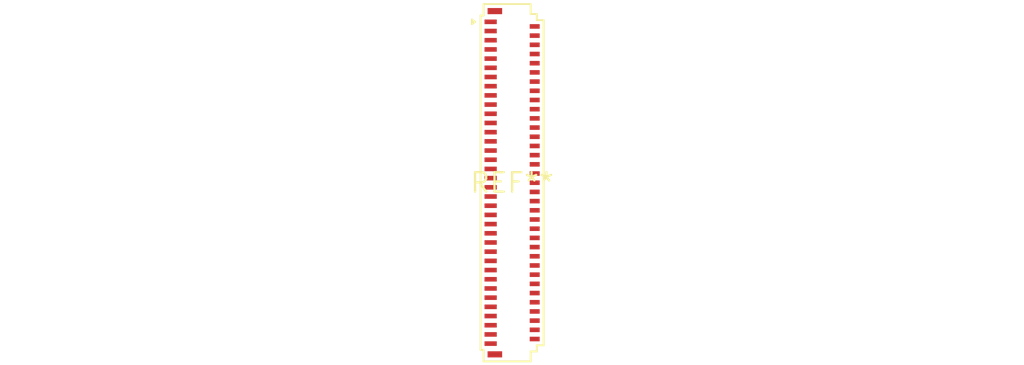
<source format=kicad_pcb>
(kicad_pcb (version 20240108) (generator pcbnew)
  (layers (0 "F.Cu" signal) (31 "B.Cu" signal) (34 "B.Paste" user) (35 "F.Paste" user) (36 "B.SilkS" user "B.Silkscreen") (37 "F.SilkS" user "F.Silkscreen") (38 "B.Mask" user) (39 "F.Mask" user) (44 "Edge.Cuts" user))
  (net 0 "")
  (footprint "Hirose_FH26-71S-0.3SHW_2Rows-71Pins-1MP_P0.60mm_Horizontal" (layer "F.Cu") (at 0 0)
    (property "Reference" "REF**")
    (property "Value" "Hirose_FH26-71S-0.3SHW_2Rows-71Pins-1MP_P0.60mm_Horizontal")
    (fp_line (start -2.622132 -10.65) (end -2.41 -10.5) (layer "F.SilkS") (stroke (width 0.12)))
    (fp_line (start -2.622132 -10.35) (end -2.622132 -10.65) (layer "F.SilkS") (stroke (width 0.12)))
    (fp_line (start -2.41 -10.5) (end -2.622132 -10.35) (layer "F.SilkS") (stroke (width 0.12)))
    (fp_line (start -2.06 -10.91) (end -2.06 0) (layer "F.SilkS") (stroke (width 0.12)))
    (fp_line (start -2.06 10.91) (end -2.06 0) (layer "F.SilkS") (stroke (width 0.12)))
    (fp_line (start -1.86 -11.66) (end -1.86 -10.91) (layer "F.SilkS") (stroke (width 0.12)))
    (fp_line (start -1.86 -10.91) (end -2.06 -10.91) (layer "F.SilkS") (stroke (width 0.12)))
    (fp_line (start -1.86 10.91) (end -2.06 10.91) (layer "F.SilkS") (stroke (width 0.12)))
    (fp_line (start -1.86 11.66) (end -1.86 10.91) (layer "F.SilkS") (stroke (width 0.12)))
    (fp_line (start 1.21 -11.66) (end -1.86 -11.66) (layer "F.SilkS") (stroke (width 0.12)))
    (fp_line (start 1.21 -11.01) (end 1.21 -11.66) (layer "F.SilkS") (stroke (width 0.12)))
    (fp_line (start 1.21 11.01) (end 1.21 11.66) (layer "F.SilkS") (stroke (width 0.12)))
    (fp_line (start 1.21 11.66) (end -1.86 11.66) (layer "F.SilkS") (stroke (width 0.12)))
    (fp_line (start 1.61 -11.01) (end 1.21 -11.01) (layer "F.SilkS") (stroke (width 0.12)))
    (fp_line (start 1.61 -10.61) (end 1.61 -11.01) (layer "F.SilkS") (stroke (width 0.12)))
    (fp_line (start 1.61 10.61) (end 1.61 11.01) (layer "F.SilkS") (stroke (width 0.12)))
    (fp_line (start 1.61 11.01) (end 1.21 11.01) (layer "F.SilkS") (stroke (width 0.12)))
    (fp_line (start 2.06 -10.61) (end 1.61 -10.61) (layer "F.SilkS") (stroke (width 0.12)))
    (fp_line (start 2.06 0) (end 2.06 -10.61) (layer "F.SilkS") (stroke (width 0.12)))
    (fp_line (start 2.06 0) (end 2.06 10.61) (layer "F.SilkS") (stroke (width 0.12)))
    (fp_line (start 2.06 10.61) (end 1.61 10.61) (layer "F.SilkS") (stroke (width 0.12)))
    (pad "1" smd rect (at -1.4 -10.5) (size 0.8 0.3) (layers "F.Cu" "F.Paste" "F.Mask"))
    (pad "2" smd rect (at 1.475 -10.2) (size 0.65 0.3) (layers "F.Cu" "F.Paste" "F.Mask"))
    (pad "3" smd rect (at -1.4 -9.9) (size 0.8 0.3) (layers "F.Cu" "F.Paste" "F.Mask"))
    (pad "4" smd rect (at 1.475 -9.6) (size 0.65 0.3) (layers "F.Cu" "F.Paste" "F.Mask"))
    (pad "5" smd rect (at -1.4 -9.3) (size 0.8 0.3) (layers "F.Cu" "F.Paste" "F.Mask"))
    (pad "6" smd rect (at 1.475 -9) (size 0.65 0.3) (layers "F.Cu" "F.Paste" "F.Mask"))
    (pad "7" smd rect (at -1.4 -8.7) (size 0.8 0.3) (layers "F.Cu" "F.Paste" "F.Mask"))
    (pad "8" smd rect (at 1.475 -8.4) (size 0.65 0.3) (layers "F.Cu" "F.Paste" "F.Mask"))
    (pad "9" smd rect (at -1.4 -8.1) (size 0.8 0.3) (layers "F.Cu" "F.Paste" "F.Mask"))
    (pad "10" smd rect (at 1.475 -7.8) (size 0.65 0.3) (layers "F.Cu" "F.Paste" "F.Mask"))
    (pad "11" smd rect (at -1.4 -7.5) (size 0.8 0.3) (layers "F.Cu" "F.Paste" "F.Mask"))
    (pad "12" smd rect (at 1.475 -7.2) (size 0.65 0.3) (layers "F.Cu" "F.Paste" "F.Mask"))
    (pad "13" smd rect (at -1.4 -6.9) (size 0.8 0.3) (layers "F.Cu" "F.Paste" "F.Mask"))
    (pad "14" smd rect (at 1.475 -6.6) (size 0.65 0.3) (layers "F.Cu" "F.Paste" "F.Mask"))
    (pad "15" smd rect (at -1.4 -6.3) (size 0.8 0.3) (layers "F.Cu" "F.Paste" "F.Mask"))
    (pad "16" smd rect (at 1.475 -6) (size 0.65 0.3) (layers "F.Cu" "F.Paste" "F.Mask"))
    (pad "17" smd rect (at -1.4 -5.7) (size 0.8 0.3) (layers "F.Cu" "F.Paste" "F.Mask"))
    (pad "18" smd rect (at 1.475 -5.4) (size 0.65 0.3) (layers "F.Cu" "F.Paste" "F.Mask"))
    (pad "19" smd rect (at -1.4 -5.1) (size 0.8 0.3) (layers "F.Cu" "F.Paste" "F.Mask"))
    (pad "20" smd rect (at 1.475 -4.8) (size 0.65 0.3) (layers "F.Cu" "F.Paste" "F.Mask"))
    (pad "21" smd rect (at -1.4 -4.5) (size 0.8 0.3) (layers "F.Cu" "F.Paste" "F.Mask"))
    (pad "22" smd rect (at 1.475 -4.2) (size 0.65 0.3) (layers "F.Cu" "F.Paste" "F.Mask"))
    (pad "23" smd rect (at -1.4 -3.9) (size 0.8 0.3) (layers "F.Cu" "F.Paste" "F.Mask"))
    (pad "24" smd rect (at 1.475 -3.6) (size 0.65 0.3) (layers "F.Cu" "F.Paste" "F.Mask"))
    (pad "25" smd rect (at -1.4 -3.3) (size 0.8 0.3) (layers "F.Cu" "F.Paste" "F.Mask"))
    (pad "26" smd rect (at 1.475 -3) (size 0.65 0.3) (layers "F.Cu" "F.Paste" "F.Mask"))
    (pad "27" smd rect (at -1.4 -2.7) (size 0.8 0.3) (layers "F.Cu" "F.Paste" "F.Mask"))
    (pad "28" smd rect (at 1.475 -2.4) (size 0.65 0.3) (layers "F.Cu" "F.Paste" "F.Mask"))
    (pad "29" smd rect (at -1.4 -2.1) (size 0.8 0.3) (layers "F.Cu" "F.Paste" "F.Mask"))
    (pad "30" smd rect (at 1.475 -1.8) (size 0.65 0.3) (layers "F.Cu" "F.Paste" "F.Mask"))
    (pad "31" smd rect (at -1.4 -1.5) (size 0.8 0.3) (layers "F.Cu" "F.Paste" "F.Mask"))
    (pad "32" smd rect (at 1.475 -1.2) (size 0.65 0.3) (layers "F.Cu" "F.Paste" "F.Mask"))
    (pad "33" smd rect (at -1.4 -0.9) (size 0.8 0.3) (layers "F.Cu" "F.Paste" "F.Mask"))
    (pad "34" smd rect (at 1.475 -0.6) (size 0.65 0.3) (layers "F.Cu" "F.Paste" "F.Mask"))
    (pad "35" smd rect (at -1.4 -0.3) (size 0.8 0.3) (layers "F.Cu" "F.Paste" "F.Mask"))
    (pad "36" smd rect (at 1.475 0) (size 0.65 0.3) (layers "F.Cu" "F.Paste" "F.Mask"))
    (pad "37" smd rect (at -1.4 0.3) (size 0.8 0.3) (layers "F.Cu" "F.Paste" "F.Mask"))
    (pad "38" smd rect (at 1.475 0.6) (size 0.65 0.3) (layers "F.Cu" "F.Paste" "F.Mask"))
    (pad "39" smd rect (at -1.4 0.9) (size 0.8 0.3) (layers "F.Cu" "F.Paste" "F.Mask"))
    (pad "40" smd rect (at 1.475 1.2) (size 0.65 0.3) (layers "F.Cu" "F.Paste" "F.Mask"))
    (pad "41" smd rect (at -1.4 1.5) (size 0.8 0.3) (layers "F.Cu" "F.Paste" "F.Mask"))
    (pad "42" smd rect (at 1.475 1.8) (size 0.65 0.3) (layers "F.Cu" "F.Paste" "F.Mask"))
    (pad "43" smd rect (at -1.4 2.1) (size 0.8 0.3) (layers "F.Cu" "F.Paste" "F.Mask"))
    (pad "44" smd rect (at 1.475 2.4) (size 0.65 0.3) (layers "F.Cu" "F.Paste" "F.Mask"))
    (pad "45" smd rect (at -1.4 2.7) (size 0.8 0.3) (layers "F.Cu" "F.Paste" "F.Mask"))
    (pad "46" smd rect (at 1.475 3) (size 0.65 0.3) (layers "F.Cu" "F.Paste" "F.Mask"))
    (pad "47" smd rect (at -1.4 3.3) (size 0.8 0.3) (layers "F.Cu" "F.Paste" "F.Mask"))
    (pad "48" smd rect (at 1.475 3.6) (size 0.65 0.3) (layers "F.Cu" "F.Paste" "F.Mask"))
    (pad "49" smd rect (at -1.4 3.9) (size 0.8 0.3) (layers "F.Cu" "F.Paste" "F.Mask"))
    (pad "50" smd rect (at 1.475 4.2) (size 0.65 0.3) (layers "F.Cu" "F.Paste" "F.Mask"))
    (pad "51" smd rect (at -1.4 4.5) (size 0.8 0.3) (layers "F.Cu" "F.Paste" "F.Mask"))
    (pad "52" smd rect (at 1.475 4.8) (size 0.65 0.3) (layers "F.Cu" "F.Paste" "F.Mask"))
    (pad "53" smd rect (at -1.4 5.1) (size 0.8 0.3) (layers "F.Cu" "F.Paste" "F.Mask"))
    (pad "54" smd rect (at 1.475 5.4) (size 0.65 0.3) (layers "F.Cu" "F.Paste" "F.Mask"))
    (pad "55" smd rect (at -1.4 5.7) (size 0.8 0.3) (layers "F.Cu" "F.Paste" "F.Mask"))
    (pad "56" smd rect (at 1.475 6) (size 0.65 0.3) (layers "F.Cu" "F.Paste" "F.Mask"))
    (pad "57" smd rect (at -1.4 6.3) (size 0.8 0.3) (layers "F.Cu" "F.Paste" "F.Mask"))
    (pad "58" smd rect (at 1.475 6.6) (size 0.65 0.3) (layers "F.Cu" "F.Paste" "F.Mask"))
    (pad "59" smd rect (at -1.4 6.9) (size 0.8 0.3) (layers "F.Cu" "F.Paste" "F.Mask"))
    (pad "60" smd rect (at 1.475 7.2) (size 0.65 0.3) (layers "F.Cu" "F.Paste" "F.Mask"))
    (pad "61" smd rect (at -1.4 7.5) (size 0.8 0.3) (layers "F.Cu" "F.Paste" "F.Mask"))
    (pad "62" smd rect (at 1.475 7.8) (size 0.65 0.3) (layers "F.Cu" "F.Paste" "F.Mask"))
    (pad "63" smd rect (at -1.4 8.1) (size 0.8 0.3) (layers "F.Cu" "F.Paste" "F.Mask"))
    (pad "64" smd rect (at 1.475 8.4) (size 0.65 0.3) (layers "F.Cu" "F.Paste" "F.Mask"))
    (pad "65" smd rect (at -1.4 8.7) (size 0.8 0.3) (layers "F.Cu" "F.Paste" "F.Mask"))
    (pad "66" smd rect (at 1.475 9) (size 0.65 0.3) (layers "F.Cu" "F.Paste" "F.Mask"))
    (pad "67" smd rect (at -1.4 9.3) (size 0.8 0.3) (layers "F.Cu" "F.Paste" "F.Mask"))
    (pad "68" smd rect (at 1.475 9.6) (size 0.65 0.3) (layers "F.Cu" "F.Paste" "F.Mask"))
    (pad "69" smd rect (at -1.4 9.9) (size 0.8 0.3) (layers "F.Cu" "F.Paste" "F.Mask"))
    (pad "70" smd rect (at 1.475 10.2) (size 0.65 0.3) (layers "F.Cu" "F.Paste" "F.Mask"))
    (pad "71" smd rect (at -1.4 10.5) (size 0.8 0.3) (layers "F.Cu" "F.Paste" "F.Mask"))
    (pad "MP" smd rect (at -1.125 -11.2) (size 0.95 0.4) (layers "F.Cu" "F.Paste" "F.Mask"))
    (pad "MP" smd rect (at -1.125 11.2) (size 0.95 0.4) (layers "F.Cu" "F.Paste" "F.Mask"))
  )
)
</source>
